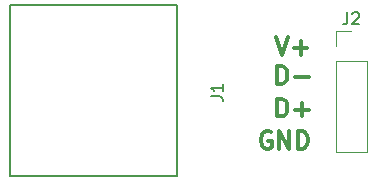
<source format=gbr>
G04 #@! TF.GenerationSoftware,KiCad,Pcbnew,5.0.2-bee76a0~70~ubuntu18.04.1*
G04 #@! TF.CreationDate,2019-01-01T14:20:38-08:00*
G04 #@! TF.ProjectId,USB_TypeA_Breakout_V1,5553425f-5479-4706-9541-5f427265616b,rev?*
G04 #@! TF.SameCoordinates,Original*
G04 #@! TF.FileFunction,Legend,Top*
G04 #@! TF.FilePolarity,Positive*
%FSLAX46Y46*%
G04 Gerber Fmt 4.6, Leading zero omitted, Abs format (unit mm)*
G04 Created by KiCad (PCBNEW 5.0.2-bee76a0~70~ubuntu18.04.1) date Tue 01 Jan 2019 02:20:38 PM PST*
%MOMM*%
%LPD*%
G01*
G04 APERTURE LIST*
%ADD10C,0.300000*%
%ADD11C,0.150000*%
%ADD12C,0.120000*%
G04 APERTURE END LIST*
D10*
X129641742Y-87845200D02*
X129498885Y-87773771D01*
X129284600Y-87773771D01*
X129070314Y-87845200D01*
X128927457Y-87988057D01*
X128856028Y-88130914D01*
X128784600Y-88416628D01*
X128784600Y-88630914D01*
X128856028Y-88916628D01*
X128927457Y-89059485D01*
X129070314Y-89202342D01*
X129284600Y-89273771D01*
X129427457Y-89273771D01*
X129641742Y-89202342D01*
X129713171Y-89130914D01*
X129713171Y-88630914D01*
X129427457Y-88630914D01*
X130356028Y-89273771D02*
X130356028Y-87773771D01*
X131213171Y-89273771D01*
X131213171Y-87773771D01*
X131927457Y-89273771D02*
X131927457Y-87773771D01*
X132284600Y-87773771D01*
X132498885Y-87845200D01*
X132641742Y-87988057D01*
X132713171Y-88130914D01*
X132784600Y-88416628D01*
X132784600Y-88630914D01*
X132713171Y-88916628D01*
X132641742Y-89059485D01*
X132498885Y-89202342D01*
X132284600Y-89273771D01*
X131927457Y-89273771D01*
X130187071Y-86517871D02*
X130187071Y-85017871D01*
X130544214Y-85017871D01*
X130758500Y-85089300D01*
X130901357Y-85232157D01*
X130972785Y-85375014D01*
X131044214Y-85660728D01*
X131044214Y-85875014D01*
X130972785Y-86160728D01*
X130901357Y-86303585D01*
X130758500Y-86446442D01*
X130544214Y-86517871D01*
X130187071Y-86517871D01*
X131687071Y-85946442D02*
X132829928Y-85946442D01*
X132258500Y-86517871D02*
X132258500Y-85375014D01*
X130187071Y-83761971D02*
X130187071Y-82261971D01*
X130544214Y-82261971D01*
X130758500Y-82333400D01*
X130901357Y-82476257D01*
X130972785Y-82619114D01*
X131044214Y-82904828D01*
X131044214Y-83119114D01*
X130972785Y-83404828D01*
X130901357Y-83547685D01*
X130758500Y-83690542D01*
X130544214Y-83761971D01*
X130187071Y-83761971D01*
X131687071Y-83190542D02*
X132829928Y-83190542D01*
X130079928Y-79810871D02*
X130579928Y-81310871D01*
X131079928Y-79810871D01*
X131579928Y-80739442D02*
X132722785Y-80739442D01*
X132151357Y-81310871D02*
X132151357Y-80168014D01*
D11*
G04 #@! TO.C,J1*
X107539000Y-77047400D02*
X107539000Y-91547400D01*
X107539000Y-91547400D02*
X121689000Y-91547400D01*
X121689000Y-91547400D02*
X121689000Y-77047400D01*
X121689000Y-77047400D02*
X107539000Y-77047400D01*
D12*
G04 #@! TO.C,J2*
X135118800Y-89544200D02*
X137778800Y-89544200D01*
X135118800Y-81864200D02*
X135118800Y-89544200D01*
X137778800Y-81864200D02*
X137778800Y-89544200D01*
X135118800Y-81864200D02*
X137778800Y-81864200D01*
X135118800Y-80594200D02*
X135118800Y-79264200D01*
X135118800Y-79264200D02*
X136448800Y-79264200D01*
G04 #@! TO.C,J1*
D11*
X124547380Y-84813733D02*
X125261666Y-84813733D01*
X125404523Y-84861352D01*
X125499761Y-84956590D01*
X125547380Y-85099447D01*
X125547380Y-85194685D01*
X125547380Y-83813733D02*
X125547380Y-84385161D01*
X125547380Y-84099447D02*
X124547380Y-84099447D01*
X124690238Y-84194685D01*
X124785476Y-84289923D01*
X124833095Y-84385161D01*
G04 #@! TO.C,J2*
X136115466Y-77716580D02*
X136115466Y-78430866D01*
X136067847Y-78573723D01*
X135972609Y-78668961D01*
X135829752Y-78716580D01*
X135734514Y-78716580D01*
X136544038Y-77811819D02*
X136591657Y-77764200D01*
X136686895Y-77716580D01*
X136924990Y-77716580D01*
X137020228Y-77764200D01*
X137067847Y-77811819D01*
X137115466Y-77907057D01*
X137115466Y-78002295D01*
X137067847Y-78145152D01*
X136496419Y-78716580D01*
X137115466Y-78716580D01*
G04 #@! TD*
M02*

</source>
